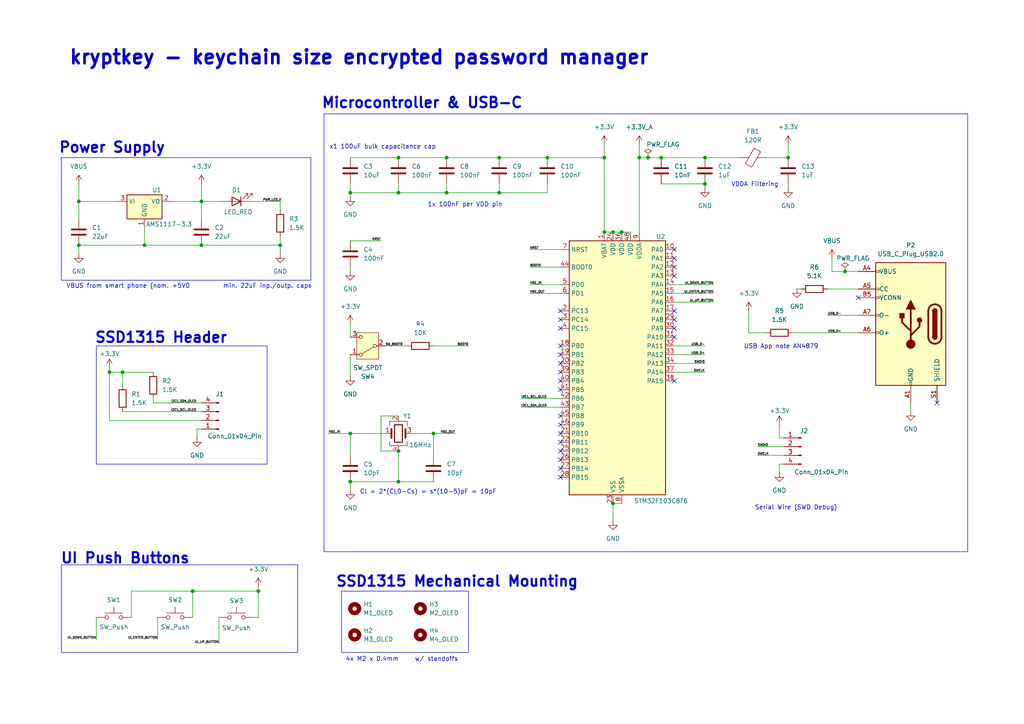
<source format=kicad_sch>
(kicad_sch (version 20231120) (generator "eeschema") (generator_version "8.0")
  (paper "A4")
  (title_block (title "kryptkey ") (date "2024-09-20") (rev "v0.1") (company "A.Q.Snyder"))
  (lib_symbols
    (symbol "Connector:Conn_01x04_Pin" (pin_names (offset 1.016) hide)
      (property "Reference" "J" (at 0 5.08 0))
      (property "Value" "Conn_01x04_Pin" (at 0 -7.62 0))
      (symbol "Conn_01x04_Pin_1_1"
        (polyline (pts (xy 1.27 -5.08) (xy 0.8636 -5.08)) (stroke (width 0.1524)))
        (polyline (pts (xy 1.27 -2.54) (xy 0.8636 -2.54)) (stroke (width 0.1524)))
        (polyline (pts (xy 1.27 0) (xy 0.8636 0)) (stroke (width 0.1524)))
        (polyline (pts (xy 1.27 2.54) (xy 0.8636 2.54)) (stroke (width 0.1524)))
        (rectangle (start 0.8636 -4.953) (end 0 -5.207) (stroke (width 0.1524)) (fill (type outline)))
        (rectangle (start 0.8636 -2.413) (end 0 -2.667) (stroke (width 0.1524)) (fill (type outline)))
        (rectangle (start 0.8636 0.127) (end 0 -0.127) (stroke (width 0.1524)) (fill (type outline)))
        (rectangle (start 0.8636 2.667) (end 0 2.413) (stroke (width 0.1524)) (fill (type outline)))
        (pin passive line (at 5.08 2.54 180) (length 3.81) (name "Pin_1") (number "1"))
        (pin passive line (at 5.08 0 180) (length 3.81) (name "Pin_2") (number "2"))
        (pin passive line (at 5.08 -2.54 180) (length 3.81) (name "Pin_3") (number "3"))
        (pin passive line (at 5.08 -5.08 180) (length 3.81) (name "Pin_4") (number "4"))
      )
    )
    (symbol "Connector:USB_C_Plug_USB2.0" (pin_names (offset 1.016))
      (property "Reference" "P" (at -10.16 19.05 0))
      (property "Value" "USB_C_Plug_USB2.0" (at 12.7 19.05 0))
      (symbol "USB_C_Plug_USB2.0_0_0"
        (rectangle (start -0.254 -17.78) (end 0.254 -16.764))
        (rectangle (start 10.16 -2.286) (end 9.144 -2.794))
        (rectangle (start 10.16 2.794) (end 9.144 2.286))
        (rectangle (start 10.16 7.874) (end 9.144 7.366))
        (rectangle (start 10.16 10.414) (end 9.144 9.906))
        (rectangle (start 10.16 15.494) (end 9.144 14.986))
      )
      (symbol "USB_C_Plug_USB2.0_0_1"
        (rectangle (start -10.16 17.78) (end 10.16 -17.78) (stroke (width 0.254)) (fill (type background)))
        (arc (start -8.89 -3.81) (mid -6.985 -5.7067) (end -5.08 -3.81) (stroke (width 0.508)))
        (arc (start -7.62 -3.81) (mid -6.985 -4.4423) (end -6.35 -3.81) (stroke (width 0.254)))
        (arc (start -7.62 -3.81) (mid -6.985 -4.4423) (end -6.35 -3.81) (stroke (width 0.254)) (fill (type outline)))
        (rectangle (start -7.62 -3.81) (end -6.35 3.81) (stroke (width 0.254)) (fill (type outline)))
        (arc (start -6.35 3.81) (mid -6.985 4.4423) (end -7.62 3.81) (stroke (width 0.254)))
        (arc (start -6.35 3.81) (mid -6.985 4.4423) (end -7.62 3.81) (stroke (width 0.254)) (fill (type outline)))
        (arc (start -5.08 3.81) (mid -6.985 5.7067) (end -8.89 3.81) (stroke (width 0.508)))
        (circle (center -2.54 1.143) (radius 0.635) (stroke (width 0.254)) (fill (type outline)))
        (circle (center 0 -5.842) (radius 1.27) (fill (type outline)))
        (polyline (pts (xy -8.89 -3.81) (xy -8.89 3.81)) (stroke (width 0.508)))
        (polyline (pts (xy -5.08 3.81) (xy -5.08 -3.81)) (stroke (width 0.508)))
        (polyline (pts (xy 0 -5.842) (xy 0 4.318)) (stroke (width 0.508)))
        (polyline (pts (xy 0 -3.302) (xy -2.54 -0.762) (xy -2.54 0.508)) (stroke (width 0.508)))
        (polyline (pts (xy 0 -2.032) (xy 2.54 0.508) (xy 2.54 1.778)) (stroke (width 0.508)))
        (polyline (pts (xy -1.27 4.318) (xy 0 6.858) (xy 1.27 4.318) (xy -1.27 4.318)) (stroke (width 0.254)) (fill (type outline)))
        (rectangle (start 1.905 1.778) (end 3.175 3.048) (stroke (width 0.254)) (fill (type outline)))
      )
      (symbol "USB_C_Plug_USB2.0_1_1"
        (pin passive line (at 0 -22.86 90) (length 5.08) (name "GND") (number "A1"))
        (pin passive line (at 0 -22.86 90) (length 5.08) hide (name "GND") (number "A12"))
        (pin passive line (at 15.24 15.24 180) (length 5.08) (name "VBUS") (number "A4"))
        (pin bidirectional line (at 15.24 10.16 180) (length 5.08) (name "CC") (number "A5"))
        (pin bidirectional line (at 15.24 -2.54 180) (length 5.08) (name "D+") (number "A6"))
        (pin bidirectional line (at 15.24 2.54 180) (length 5.08) (name "D-") (number "A7"))
        (pin passive line (at 15.24 15.24 180) (length 5.08) hide (name "VBUS") (number "A9"))
        (pin passive line (at 0 -22.86 90) (length 5.08) hide (name "GND") (number "B1"))
        (pin passive line (at 0 -22.86 90) (length 5.08) hide (name "GND") (number "B12"))
        (pin passive line (at 15.24 15.24 180) (length 5.08) hide (name "VBUS") (number "B4"))
        (pin bidirectional line (at 15.24 7.62 180) (length 5.08) (name "VCONN") (number "B5"))
        (pin passive line (at 15.24 15.24 180) (length 5.08) hide (name "VBUS") (number "B9"))
        (pin passive line (at -7.62 -22.86 90) (length 5.08) (name "SHIELD") (number "S1"))
      )
    )
    (symbol "Device:C" (pin_numbers hide) (pin_names (offset 0.254))
      (property "Reference" "C" (at 0.635 2.54 0))
      (property "Value" "C" (at 0.635 -2.54 0))
      (symbol "C_0_1"
        (polyline (pts (xy -2.032 -0.762) (xy 2.032 -0.762)) (stroke (width 0.508)))
        (polyline (pts (xy -2.032 0.762) (xy 2.032 0.762)) (stroke (width 0.508)))
      )
      (symbol "C_1_1"
        (pin passive line (at 0 3.81 270) (length 2.794) (name "~") (number "1"))
        (pin passive line (at 0 -3.81 90) (length 2.794) (name "~") (number "2"))
      )
    )
    (symbol "Device:Crystal_GND24" (pin_names (offset 1.016) hide)
      (property "Reference" "Y" (at 3.175 5.08 0))
      (property "Value" "Crystal_GND24" (at 3.175 3.175 0))
      (symbol "Crystal_GND24_0_1"
        (rectangle (start -1.143 2.54) (end 1.143 -2.54) (stroke (width 0.3048)))
        (polyline (pts (xy -2.54 0) (xy -2.032 0)))
        (polyline (pts (xy -2.032 -1.27) (xy -2.032 1.27)) (stroke (width 0.508)))
        (polyline (pts (xy 0 -3.81) (xy 0 -3.556)))
        (polyline (pts (xy 0 3.556) (xy 0 3.81)))
        (polyline (pts (xy 2.032 -1.27) (xy 2.032 1.27)) (stroke (width 0.508)))
        (polyline (pts (xy 2.032 0) (xy 2.54 0)))
        (polyline (pts (xy -2.54 -2.286) (xy -2.54 -3.556) (xy 2.54 -3.556) (xy 2.54 -2.286)))
        (polyline (pts (xy -2.54 2.286) (xy -2.54 3.556) (xy 2.54 3.556) (xy 2.54 2.286)))
      )
      (symbol "Crystal_GND24_1_1"
        (pin passive line (at -3.81 0 0) (length 1.27) (name "1") (number "1"))
        (pin passive line (at 0 5.08 270) (length 1.27) (name "2") (number "2"))
        (pin passive line (at 3.81 0 180) (length 1.27) (name "3") (number "3"))
        (pin passive line (at 0 -5.08 90) (length 1.27) (name "4") (number "4"))
      )
    )
    (symbol "Device:FerriteBead" (pin_numbers hide) (pin_names (offset 0))
      (property "Reference" "FB" (at -3.81 0.635 90))
      (property "Value" "FerriteBead" (at 3.81 0 90))
      (symbol "FerriteBead_0_1"
        (polyline (pts (xy 0 -1.27) (xy 0 -1.2192)))
        (polyline (pts (xy 0 1.27) (xy 0 1.2954)))
        (polyline (pts (xy -2.7686 0.4064) (xy -1.7018 2.2606) (xy 2.7686 -0.3048) (xy 1.6764 -2.159) (xy -2.7686 0.4064)))
      )
      (symbol "FerriteBead_1_1"
        (pin passive line (at 0 3.81 270) (length 2.54) (name "~") (number "1"))
        (pin passive line (at 0 -3.81 90) (length 2.54) (name "~") (number "2"))
      )
    )
    (symbol "Device:LED" (pin_numbers hide) (pin_names (offset 1.016) hide)
      (property "Reference" "D" (at 0 2.54 0))
      (property "Value" "LED" (at 0 -2.54 0))
      (symbol "LED_0_1"
        (polyline (pts (xy -1.27 -1.27) (xy -1.27 1.27)) (stroke (width 0.254)))
        (polyline (pts (xy -1.27 0) (xy 1.27 0)))
        (polyline (pts (xy 1.27 -1.27) (xy 1.27 1.27) (xy -1.27 0) (xy 1.27 -1.27)) (stroke (width 0.254)))
        (polyline (pts (xy -3.048 -0.762) (xy -4.572 -2.286) (xy -3.81 -2.286) (xy -4.572 -2.286) (xy -4.572 -1.524)))
        (polyline (pts (xy -1.778 -0.762) (xy -3.302 -2.286) (xy -2.54 -2.286) (xy -3.302 -2.286) (xy -3.302 -1.524)))
      )
      (symbol "LED_1_1"
        (pin passive line (at -3.81 0 0) (length 2.54) (name "K") (number "1"))
        (pin passive line (at 3.81 0 180) (length 2.54) (name "A") (number "2"))
      )
    )
    (symbol "Device:R" (pin_numbers hide) (pin_names (offset 0))
      (property "Reference" "R" (at 2.032 0 90))
      (property "Value" "R" (at 0 0 90))
      (symbol "R_0_1"
        (rectangle (start -1.016 -2.54) (end 1.016 2.54) (stroke (width 0.254)))
      )
      (symbol "R_1_1"
        (pin passive line (at 0 3.81 270) (length 1.27) (name "~") (number "1"))
        (pin passive line (at 0 -3.81 90) (length 1.27) (name "~") (number "2"))
      )
    )
    (symbol "MCU_ST_STM32F1:STM32F103C8Tx"
      (property "Reference" "U" (at -12.7 39.37 0))
      (property "Value" "STM32F103C8Tx" (at 10.16 39.37 0))
      (symbol "STM32F103C8Tx_0_1"
        (rectangle (start -12.7 -35.56) (end 15.24 38.1) (stroke (width 0.254)) (fill (type background)))
      )
      (symbol "STM32F103C8Tx_1_1"
        (pin power_in line (at -2.54 40.64 270) (length 2.54) (name "VBAT") (number "1"))
        (pin bidirectional line (at 17.78 35.56 180) (length 2.54) (name "PA0") (number "10"))
        (pin bidirectional line (at 17.78 33.02 180) (length 2.54) (name "PA1") (number "11"))
        (pin bidirectional line (at 17.78 30.48 180) (length 2.54) (name "PA2") (number "12"))
        (pin bidirectional line (at 17.78 27.94 180) (length 2.54) (name "PA3") (number "13"))
        (pin bidirectional line (at 17.78 25.4 180) (length 2.54) (name "PA4") (number "14"))
        (pin bidirectional line (at 17.78 22.86 180) (length 2.54) (name "PA5") (number "15"))
        (pin bidirectional line (at 17.78 20.32 180) (length 2.54) (name "PA6") (number "16"))
        (pin bidirectional line (at 17.78 17.78 180) (length 2.54) (name "PA7") (number "17"))
        (pin bidirectional line (at -15.24 7.62 0) (length 2.54) (name "PB0") (number "18"))
        (pin bidirectional line (at -15.24 5.08 0) (length 2.54) (name "PB1") (number "19"))
        (pin bidirectional line (at -15.24 17.78 0) (length 2.54) (name "PC13") (number "2"))
        (pin bidirectional line (at -15.24 2.54 0) (length 2.54) (name "PB2") (number "20"))
        (pin bidirectional line (at -15.24 -17.78 0) (length 2.54) (name "PB10") (number "21"))
        (pin bidirectional line (at -15.24 -20.32 0) (length 2.54) (name "PB11") (number "22"))
        (pin power_in line (at 0 -38.1 90) (length 2.54) (name "VSS") (number "23"))
        (pin power_in line (at 0 40.64 270) (length 2.54) (name "VDD") (number "24"))
        (pin bidirectional line (at -15.24 -22.86 0) (length 2.54) (name "PB12") (number "25"))
        (pin bidirectional line (at -15.24 -25.4 0) (length 2.54) (name "PB13") (number "26"))
        (pin bidirectional line (at -15.24 -27.94 0) (length 2.54) (name "PB14") (number "27"))
        (pin bidirectional line (at -15.24 -30.48 0) (length 2.54) (name "PB15") (number "28"))
        (pin bidirectional line (at 17.78 15.24 180) (length 2.54) (name "PA8") (number "29"))
        (pin bidirectional line (at -15.24 15.24 0) (length 2.54) (name "PC14") (number "3"))
        (pin bidirectional line (at 17.78 12.7 180) (length 2.54) (name "PA9") (number "30"))
        (pin bidirectional line (at 17.78 10.16 180) (length 2.54) (name "PA10") (number "31"))
        (pin bidirectional line (at 17.78 7.62 180) (length 2.54) (name "PA11") (number "32"))
        (pin bidirectional line (at 17.78 5.08 180) (length 2.54) (name "PA12") (number "33"))
        (pin bidirectional line (at 17.78 2.54 180) (length 2.54) (name "PA13") (number "34"))
        (pin passive line (at 0 -38.1 90) (length 2.54) hide (name "VSS") (number "35"))
        (pin power_in line (at 2.54 40.64 270) (length 2.54) (name "VDD") (number "36"))
        (pin bidirectional line (at 17.78 0 180) (length 2.54) (name "PA14") (number "37"))
        (pin bidirectional line (at 17.78 -2.54 180) (length 2.54) (name "PA15") (number "38"))
        (pin bidirectional line (at -15.24 0 0) (length 2.54) (name "PB3") (number "39"))
        (pin bidirectional line (at -15.24 12.7 0) (length 2.54) (name "PC15") (number "4"))
        (pin bidirectional line (at -15.24 -2.54 0) (length 2.54) (name "PB4") (number "40"))
        (pin bidirectional line (at -15.24 -5.08 0) (length 2.54) (name "PB5") (number "41"))
        (pin bidirectional line (at -15.24 -7.62 0) (length 2.54) (name "PB6") (number "42"))
        (pin bidirectional line (at -15.24 -10.16 0) (length 2.54) (name "PB7") (number "43"))
        (pin input line (at -15.24 30.48 0) (length 2.54) (name "BOOT0") (number "44"))
        (pin bidirectional line (at -15.24 -12.7 0) (length 2.54) (name "PB8") (number "45"))
        (pin bidirectional line (at -15.24 -15.24 0) (length 2.54) (name "PB9") (number "46"))
        (pin passive line (at 0 -38.1 90) (length 2.54) hide (name "VSS") (number "47"))
        (pin power_in line (at 5.08 40.64 270) (length 2.54) (name "VDD") (number "48"))
        (pin bidirectional line (at -15.24 25.4 0) (length 2.54) (name "PD0") (number "5"))
        (pin bidirectional line (at -15.24 22.86 0) (length 2.54) (name "PD1") (number "6"))
        (pin input line (at -15.24 35.56 0) (length 2.54) (name "NRST") (number "7"))
        (pin power_in line (at 2.54 -38.1 90) (length 2.54) (name "VSSA") (number "8"))
        (pin power_in line (at 7.62 40.64 270) (length 2.54) (name "VDDA") (number "9"))
      )
    )
    (symbol "Mechanical:MountingHole" (pin_names (offset 1.016)) (exclude_from_sim yes) (in_bom no)
      (property "Reference" "H" (at 0 5.08 0))
      (property "Value" "MountingHole" (at 0 3.175 0))
      (symbol "MountingHole_0_1"
        (circle (center 0 0) (radius 1.27) (stroke (width 1.27)))
      )
    )
    (symbol "Regulator_Linear:AMS1117-3.3"
      (property "Reference" "U" (at -3.81 3.175 0))
      (property "Value" "AMS1117-3.3" (at 0 3.175 0))
      (symbol "AMS1117-3.3_0_1"
        (rectangle (start -5.08 -5.08) (end 5.08 1.905) (stroke (width 0.254)) (fill (type background)))
      )
      (symbol "AMS1117-3.3_1_1"
        (pin power_in line (at 0 -7.62 90) (length 2.54) (name "GND") (number "1"))
        (pin power_out line (at 7.62 0 180) (length 2.54) (name "VO") (number "2"))
        (pin power_in line (at -7.62 0 0) (length 2.54) (name "VI") (number "3"))
      )
    )
    (symbol "Switch:SW_Push" (pin_numbers hide) (pin_names (offset 1.016) hide)
      (property "Reference" "SW" (at 1.27 2.54 0))
      (property "Value" "SW_Push" (at 0 -1.524 0))
      (symbol "SW_Push_0_1"
        (circle (center -2.032 0) (radius 0.508))
        (polyline (pts (xy 0 1.27) (xy 0 3.048)))
        (polyline (pts (xy 2.54 1.27) (xy -2.54 1.27)))
        (circle (center 2.032 0) (radius 0.508))
        (pin passive line (at -5.08 0 0) (length 2.54) (name "1") (number "1"))
        (pin passive line (at 5.08 0 180) (length 2.54) (name "2") (number "2"))
      )
    )
    (symbol "Switch:SW_SPDT" (pin_names (offset 0) hide)
      (property "Reference" "SW" (at 0 5.08 0))
      (property "Value" "SW_SPDT" (at 0 -5.08 0))
      (symbol "SW_SPDT_0_1"
        (circle (center -2.032 0) (radius 0.4572))
        (polyline (pts (xy -1.651 0.254) (xy 1.651 2.286)))
        (circle (center 2.032 -2.54) (radius 0.4572))
        (circle (center 2.032 2.54) (radius 0.4572))
      )
      (symbol "SW_SPDT_1_1"
        (rectangle (start -3.175 3.81) (end 3.175 -3.81) (fill (type background)))
        (pin passive line (at 5.08 2.54 180) (length 2.54) (name "A") (number "1"))
        (pin passive line (at -5.08 0 0) (length 2.54) (name "B") (number "2"))
        (pin passive line (at 5.08 -2.54 180) (length 2.54) (name "C") (number "3"))
      )
    )
    (symbol "power:+3.3V" (power) (pin_numbers hide) (pin_names (offset 0) hide)
      (property "Value" "+3.3V" (at 0 3.556 0))
      (symbol "+3.3V_0_1"
        (polyline (pts (xy -0.762 1.27) (xy 0 2.54)))
        (polyline (pts (xy 0 0) (xy 0 2.54)))
        (polyline (pts (xy 0 2.54) (xy 0.762 1.27)))
      )
      (symbol "+3.3V_1_1"
        (pin power_in line (at 0 0 90) (length 0) (name "~") (number "1"))
      )
    )
    (symbol "power:GND" (power) (pin_numbers hide) (pin_names (offset 0) hide)
      (property "Value" "GND" (at 0 -3.81 0))
      (symbol "GND_0_1"
        (polyline (pts (xy 0 0) (xy 0 -1.27) (xy 1.27 -1.27) (xy 0 -2.54) (xy -1.27 -1.27) (xy 0 -1.27)))
      )
      (symbol "GND_1_1"
        (pin power_in line (at 0 0 270) (length 0) (name "~") (number "1"))
      )
    )
    (symbol "power:PWR_FLAG" (power) (pin_numbers hide) (pin_names (offset 0) hide)
      (property "Value" "PWR_FLAG" (at 0 3.81 0))
      (symbol "PWR_FLAG_0_0"
        (pin power_out line (at 0 0 90) (length 0) (name "~") (number "1"))
      )
      (symbol "PWR_FLAG_0_1"
        (polyline (pts (xy 0 0) (xy 0 1.27) (xy -1.016 1.905) (xy 0 2.54) (xy 1.016 1.905) (xy 0 1.27)))
      )
    )
    (symbol "power:VBUS" (power) (pin_numbers hide) (pin_names (offset 0) hide)
      (property "Value" "VBUS" (at 0 3.556 0))
      (symbol "VBUS_0_1"
        (polyline (pts (xy -0.762 1.27) (xy 0 2.54)))
        (polyline (pts (xy 0 0) (xy 0 2.54)))
        (polyline (pts (xy 0 2.54) (xy 0.762 1.27)))
      )
      (symbol "VBUS_1_1"
        (pin power_in line (at 0 0 90) (length 0) (name "~") (number "1"))
      )
    )
  )
  (junction (at 125.73 125.73))
  (junction (at 81.28 71.12))
  (junction (at 41.91 71.12))
  (junction (at 144.78 55.88))
  (junction (at 74.93 171.45))
  (junction (at 191.77 45.72))
  (junction (at 185.42 45.72))
  (junction (at 101.6 125.73))
  (junction (at 22.86 58.42))
  (junction (at 101.6 139.7))
  (junction (at 31.75 107.95))
  (junction (at 204.47 45.72))
  (junction (at 22.86 71.12))
  (junction (at 115.57 55.88))
  (junction (at 115.57 139.7))
  (junction (at 144.78 45.72))
  (junction (at 129.54 55.88))
  (junction (at 187.96 45.72))
  (junction (at 58.42 71.12))
  (junction (at 180.34 67.31))
  (junction (at 175.26 45.72))
  (junction (at 101.6 55.88))
  (junction (at 228.6 45.72))
  (junction (at 175.26 67.31))
  (junction (at 115.57 45.72))
  (junction (at 204.47 53.34))
  (junction (at 245.11 78.74))
  (junction (at 177.8 146.05))
  (junction (at 115.57 130.81))
  (junction (at 58.42 58.42))
  (junction (at 55.88 171.45))
  (junction (at 158.75 45.72))
  (junction (at 129.54 45.72))
  (junction (at 177.8 67.31))
  (junction (at 35.56 107.95))
  (no_connect (at 195.58 77.47))
  (no_connect (at 162.56 95.25))
  (no_connect (at 162.56 128.27))
  (no_connect (at 195.58 80.01))
  (no_connect (at 162.56 113.03))
  (no_connect (at 162.56 90.17))
  (no_connect (at 162.56 138.43))
  (no_connect (at 248.92 86.36))
  (no_connect (at 162.56 120.65))
  (no_connect (at 195.58 74.93))
  (no_connect (at 195.58 72.39))
  (no_connect (at 162.56 102.87))
  (no_connect (at 162.56 125.73))
  (no_connect (at 195.58 97.79))
  (no_connect (at 162.56 123.19))
  (no_connect (at 162.56 130.81))
  (no_connect (at 195.58 95.25))
  (no_connect (at 271.78 116.84))
  (no_connect (at 195.58 110.49))
  (no_connect (at 162.56 107.95))
  (no_connect (at 162.56 133.35))
  (no_connect (at 162.56 100.33))
  (no_connect (at 195.58 90.17))
  (no_connect (at 162.56 135.89))
  (no_connect (at 195.58 92.71))
  (no_connect (at 162.56 105.41))
  (no_connect (at 162.56 92.71))
  (no_connect (at 162.56 110.49))
  (wire (pts (xy 115.57 45.72) (xy 129.54 45.72)))
  (wire (pts (xy 35.56 107.95) (xy 35.56 111.76)))
  (wire (pts (xy 38.1 179.07) (xy 38.1 171.45)))
  (wire (pts (xy 55.88 171.45) (xy 74.93 171.45)))
  (wire (pts (xy 245.11 78.74) (xy 248.92 78.74)))
  (wire (pts (xy 204.47 45.72) (xy 214.63 45.72)))
  (wire (pts (xy 125.73 139.7) (xy 115.57 139.7)))
  (wire (pts (xy 31.75 106.68) (xy 31.75 107.95)))
  (wire (pts (xy 129.54 53.34) (xy 129.54 55.88)))
  (wire (pts (xy 44.45 107.95) (xy 35.56 107.95)))
  (wire (pts (xy 115.57 139.7) (xy 115.57 130.81)))
  (wire (pts (xy 129.54 45.72) (xy 144.78 45.72)))
  (wire (pts (xy 180.34 67.31) (xy 182.88 67.31)))
  (wire (pts (xy 204.47 53.34) (xy 204.47 54.61)))
  (wire (pts (xy 195.58 107.95) (xy 204.47 107.95)))
  (wire (pts (xy 240.03 83.82) (xy 248.92 83.82)))
  (wire (pts (xy 81.28 60.96) (xy 81.28 58.42)))
  (wire (pts (xy 101.6 69.85) (xy 110.49 69.85)))
  (wire (pts (xy 195.58 100.33) (xy 204.47 100.33)))
  (wire (pts (xy 187.96 45.72) (xy 191.77 45.72)))
  (wire (pts (xy 175.26 67.31) (xy 177.8 67.31)))
  (wire (pts (xy 35.56 119.38) (xy 58.42 119.38)))
  (wire (pts (xy 101.6 139.7) (xy 115.57 139.7)))
  (wire (pts (xy 22.86 71.12) (xy 41.91 71.12)))
  (wire (pts (xy 35.56 107.95) (xy 31.75 107.95)))
  (wire (pts (xy 240.03 91.44) (xy 248.92 91.44)))
  (wire (pts (xy 41.91 66.04) (xy 41.91 71.12)))
  (wire (pts (xy 144.78 45.72) (xy 158.75 45.72)))
  (wire (pts (xy 44.45 116.84) (xy 44.45 115.57)))
  (wire (pts (xy 31.75 121.92) (xy 58.42 121.92)))
  (wire (pts (xy 81.28 58.42) (xy 72.39 58.42)))
  (wire (pts (xy 101.6 55.88) (xy 115.57 55.88)))
  (wire (pts (xy 22.86 63.5) (xy 22.86 58.42)))
  (wire (pts (xy 158.75 55.88) (xy 158.75 53.34)))
  (wire (pts (xy 195.58 82.55) (xy 207.01 82.55)))
  (wire (pts (xy 58.42 71.12) (xy 81.28 71.12)))
  (wire (pts (xy 185.42 41.91) (xy 185.42 45.72)))
  (wire (pts (xy 158.75 45.72) (xy 175.26 45.72)))
  (wire (pts (xy 226.06 127) (xy 226.06 123.19)))
  (wire (pts (xy 81.28 73.66) (xy 81.28 71.12)))
  (wire (pts (xy 58.42 58.42) (xy 64.77 58.42)))
  (wire (pts (xy 226.06 134.62) (xy 226.06 137.16)))
  (wire (pts (xy 58.42 124.46) (xy 57.15 124.46)))
  (wire (pts (xy 177.8 146.05) (xy 177.8 151.13)))
  (wire (pts (xy 27.94 179.07) (xy 27.94 185.42)))
  (wire (pts (xy 153.67 77.47) (xy 162.56 77.47)))
  (wire (pts (xy 241.3 78.74) (xy 241.3 74.93)))
  (wire (pts (xy 101.6 125.73) (xy 101.6 132.08)))
  (wire (pts (xy 74.93 171.45) (xy 74.93 179.07)))
  (wire (pts (xy 38.1 171.45) (xy 55.88 171.45)))
  (wire (pts (xy 222.25 96.52) (xy 217.17 96.52)))
  (wire (pts (xy 31.75 107.95) (xy 31.75 121.92)))
  (wire (pts (xy 226.06 127) (xy 227.33 127)))
  (wire (pts (xy 195.58 85.09) (xy 207.01 85.09)))
  (wire (pts (xy 153.67 72.39) (xy 162.56 72.39)))
  (wire (pts (xy 73.66 179.07) (xy 74.93 179.07)))
  (wire (pts (xy 241.3 78.74) (xy 245.11 78.74)))
  (wire (pts (xy 101.6 93.98) (xy 101.6 97.79)))
  (wire (pts (xy 264.16 116.84) (xy 264.16 119.38)))
  (wire (pts (xy 101.6 125.73) (xy 111.76 125.73)))
  (wire (pts (xy 115.57 55.88) (xy 129.54 55.88)))
  (wire (pts (xy 195.58 102.87) (xy 204.47 102.87)))
  (wire (pts (xy 162.56 85.09) (xy 153.67 85.09)))
  (wire (pts (xy 175.26 41.91) (xy 175.26 45.72)))
  (wire (pts (xy 125.73 125.73) (xy 125.73 132.08)))
  (wire (pts (xy 110.49 130.81) (xy 115.57 130.81)))
  (wire (pts (xy 229.87 96.52) (xy 248.92 96.52)))
  (wire (pts (xy 195.58 87.63) (xy 207.01 87.63)))
  (wire (pts (xy 101.6 45.72) (xy 115.57 45.72)))
  (wire (pts (xy 222.25 45.72) (xy 228.6 45.72)))
  (wire (pts (xy 177.8 146.05) (xy 180.34 146.05)))
  (wire (pts (xy 22.86 58.42) (xy 34.29 58.42)))
  (wire (pts (xy 191.77 45.72) (xy 204.47 45.72)))
  (wire (pts (xy 101.6 55.88) (xy 101.6 57.15)))
  (wire (pts (xy 74.93 170.18) (xy 74.93 171.45)))
  (wire (pts (xy 45.72 179.07) (xy 45.72 185.42)))
  (wire (pts (xy 219.71 129.54) (xy 227.33 129.54)))
  (wire (pts (xy 125.73 125.73) (xy 132.08 125.73)))
  (wire (pts (xy 81.28 68.58) (xy 81.28 71.12)))
  (wire (pts (xy 101.6 102.87) (xy 101.6 109.22)))
  (wire (pts (xy 119.38 125.73) (xy 125.73 125.73)))
  (wire (pts (xy 44.45 116.84) (xy 58.42 116.84)))
  (wire (pts (xy 111.76 100.33) (xy 118.11 100.33)))
  (wire (pts (xy 231.14 83.82) (xy 232.41 83.82)))
  (wire (pts (xy 195.58 105.41) (xy 204.47 105.41)))
  (wire (pts (xy 58.42 53.34) (xy 58.42 58.42)))
  (wire (pts (xy 58.42 58.42) (xy 58.42 63.5)))
  (wire (pts (xy 129.54 55.88) (xy 144.78 55.88)))
  (wire (pts (xy 95.25 125.73) (xy 101.6 125.73)))
  (wire (pts (xy 63.5 179.07) (xy 63.5 186.69)))
  (wire (pts (xy 177.8 67.31) (xy 180.34 67.31)))
  (wire (pts (xy 55.88 171.45) (xy 55.88 179.07)))
  (wire (pts (xy 228.6 53.34) (xy 228.6 54.61)))
  (wire (pts (xy 217.17 96.52) (xy 217.17 90.17)))
  (wire (pts (xy 191.77 53.34) (xy 204.47 53.34)))
  (wire (pts (xy 115.57 120.65) (xy 110.49 120.65)))
  (wire (pts (xy 185.42 45.72) (xy 187.96 45.72)))
  (wire (pts (xy 125.73 100.33) (xy 135.89 100.33)))
  (wire (pts (xy 151.13 118.11) (xy 162.56 118.11)))
  (wire (pts (xy 228.6 41.91) (xy 228.6 45.72)))
  (wire (pts (xy 110.49 120.65) (xy 110.49 130.81)))
  (wire (pts (xy 101.6 139.7) (xy 101.6 142.24)))
  (wire (pts (xy 101.6 77.47) (xy 101.6 78.74)))
  (wire (pts (xy 219.71 132.08) (xy 227.33 132.08)))
  (wire (pts (xy 153.67 82.55) (xy 162.56 82.55)))
  (wire (pts (xy 22.86 53.34) (xy 22.86 58.42)))
  (wire (pts (xy 49.53 58.42) (xy 58.42 58.42)))
  (wire (pts (xy 175.26 45.72) (xy 175.26 67.31)))
  (wire (pts (xy 101.6 53.34) (xy 101.6 55.88)))
  (wire (pts (xy 57.15 124.46) (xy 57.15 127)))
  (wire (pts (xy 144.78 53.34) (xy 144.78 55.88)))
  (wire (pts (xy 41.91 71.12) (xy 58.42 71.12)))
  (wire (pts (xy 185.42 45.72) (xy 185.42 67.31)))
  (wire (pts (xy 22.86 71.12) (xy 22.86 73.66)))
  (wire (pts (xy 226.06 134.62) (xy 227.33 134.62)))
  (wire (pts (xy 144.78 55.88) (xy 158.75 55.88)))
  (wire (pts (xy 151.13 115.57) (xy 162.56 115.57)))
  (wire (pts (xy 115.57 53.34) (xy 115.57 55.88)))
  (rectangle (start 17.78 45.72) (end 90.17 81.28))
  (rectangle (start 17.78 163.83) (end 86.36 189.23))
  (rectangle (start 93.98 33.02) (end 280.67 160.02))
  (rectangle (start 99.06 171.45) (end 135.89 189.23))
  (rectangle (start 27.94 100.33) (end 77.47 134.62))
  (text "VDDA Filtering\n" (at 218.948 53.594 0) (effects (font (size 1.27 1.27))))
  (text "1x 100nF per VDD pin" (at 134.874 59.436 0) (effects (font (size 1.27 1.27))))
  (text "USB App note AN4879" (at 226.568 100.584 0) (effects (font (size 1.27 1.27))))
  (text "Cl = 2*(CL0-Cs) = s*(10-5)pF = 10pF" (at 124.206 142.748 0) (effects (font (size 1.27 1.27))))
  (text "Serial Wire (SWD Debug)" (at 230.886 147.32 0) (effects (font (size 1.27 1.27))))
  (text "SSD1315 Header\n" (at 46.736 98.044 0) (effects (font (size 3 3) (thickness 0.6) (bold yes))))
  (text "4x M2 x 0.4mm	w/ standoffs" (at 116.586 191.262 0) (effects (font (size 1.27 1.27))))
  (text "SSD1315 Mechanical Mounting\n\n" (at 132.588 171.196 0) (effects (font (size 3 3) (thickness 0.6) (bold yes))))
  (text "UI Push Buttons\n" (at 36.322 162.052 0) (effects (font (size 3 3) (thickness 0.6) (bold yes))))
  (text "Power Supply\n" (at 32.512 42.926 0) (effects (font (size 3 3) (thickness 0.6) (bold yes))))
  (text "kryptkey - keychain size encrypted password manager" (at 104.14 16.764 0) (effects (font (size 4 4) (thickness 0.8) (bold yes))))
  (text "Microcontroller & USB-C\n" (at 122.428 29.972 0) (effects (font (size 3 3) (thickness 0.6) (bold yes))))
  (text "VBUS from smart phone (nom. +5V0	min. 22uF inp./outp. caps" (at 54.864 83.058 0) (effects (font (size 1.27 1.27))))
  (text "x1 100uF bulk capacitance cap\n" (at 110.998 42.672 0) (effects (font (size 1.27 1.27))))
  (label "I2C1_SCL_OLED" (at 49.53 119.38 0) (effects (font (size 0.635 0.635))))
  (label "BOOT0" (at 135.89 100.33 180) (effects (font (size 0.635 0.635))))
  (label "SWCLK" (at 204.47 107.95 180) (effects (font (size 0.635 0.635))))
  (label "SWDIO" (at 219.71 129.54 0) (effects (font (size 0.635 0.635))))
  (label "UI_DOWN_BUTTON" (at 207.01 82.55 180) (effects (font (size 0.635 0.635))))
  (label "USB_D+" (at 240.03 96.52 0) (effects (font (size 0.635 0.635))))
  (label "UI_DOWN_BUTTON" (at 27.94 185.42 180) (effects (font (size 0.635 0.635))))
  (label "USB_D-" (at 204.47 100.33 180) (effects (font (size 0.635 0.635))))
  (label "SWCLK" (at 219.71 132.08 0) (effects (font (size 0.635 0.635))))
  (label "I2C1_SDA_OLED" (at 49.53 116.84 0) (effects (font (size 0.635 0.635))))
  (label "NRST" (at 110.49 69.85 180) (effects (font (size 0.635 0.635))))
  (label "HSE_OUT" (at 153.67 85.09 0) (effects (font (size 0.635 0.635))))
  (label "BOOT0" (at 153.67 77.47 0) (effects (font (size 0.635 0.635))))
  (label "HSE_OUT" (at 132.08 125.73 180) (effects (font (size 0.635 0.635))))
  (label "UI_UP_BUTTON" (at 63.5 186.69 180) (effects (font (size 0.635 0.635))))
  (label "NRST" (at 153.67 72.39 0) (effects (font (size 0.635 0.635))))
  (label "HSE_IN" (at 153.67 82.55 0) (effects (font (size 0.635 0.635))))
  (label "UI_ENTER_BUTTON" (at 207.01 85.09 180) (effects (font (size 0.635 0.635))))
  (label "SW_BOOT0" (at 111.76 100.33 0) (effects (font (size 0.635 0.635))))
  (label "UI_ENTER_BUTTON" (at 45.72 185.42 180) (effects (font (size 0.635 0.635))))
  (label "I2C1_SDA_OLED" (at 151.13 118.11 0) (effects (font (size 0.635 0.635))))
  (label "PWR_LED_K" (at 76.2 58.42 0) (effects (font (size 0.635 0.635))))
  (label "SWDIO" (at 204.47 105.41 180) (effects (font (size 0.635 0.635))))
  (label "UI_UP_BUTTON" (at 207.01 87.63 180) (effects (font (size 0.635 0.635))))
  (label "I2C1_SCL_OLED" (at 151.13 115.57 0) (effects (font (size 0.635 0.635))))
  (label "HSE_IN" (at 95.25 125.73 0) (effects (font (size 0.635 0.635))))
  (label "USB_D+" (at 204.47 102.87 180) (effects (font (size 0.635 0.635))))
  (label "USB_D-" (at 240.03 91.44 0) (effects (font (size 0.635 0.635))))
  (symbol (lib_id "Device:C") (at 191.77 49.53 0) (unit 1)
    (property "Reference" "C11" (at 195.58 48.2599 0) (effects (justify left)))
    (property "Value" "10nF" (at 195.58 50.7999 0) (effects (justify left)))
    (property "Footprint" "Capacitor_SMD:C_0603_1608Metric" (effects (hide yes)))
    (property "Description" "Unpolarized capacitor" (effects (hide yes)))
  )
  (symbol (lib_id "Device:R") (at 121.92 100.33 90) (unit 1)
    (property "Reference" "R4" (at 121.92 93.98 90))
    (property "Value" "10K" (at 121.92 96.52 90))
    (property "Footprint" "Resistor_SMD:R_0603_1608Metric" (effects (hide yes)))
    (property "Description" "Resistor" (effects (hide yes)))
  )
  (symbol (lib_id "Device:LED") (at 68.58 58.42 180) (unit 1)
    (property "Reference" "D1" (at 68.58 55.118 0))
    (property "Value" "LED_RED" (at 69.088 61.468 0))
    (property "Footprint" "LED_SMD:LED_0805_2012Metric" (effects (hide yes)))
    (property "Description" "Light emitting diode" (effects (hide yes)))
  )
  (symbol (lib_id "Device:R") (at 226.06 96.52 90) (unit 1)
    (property "Reference" "R5" (at 226.06 90.17 90))
    (property "Value" "1.5K" (at 226.06 92.71 90))
    (property "Footprint" "Resistor_SMD:R_0603_1608Metric" (effects (hide yes)))
    (property "Description" "Resistor" (effects (hide yes)))
  )
  (symbol (lib_id "Device:C") (at 101.6 135.89 0) (unit 1)
    (property "Reference" "C5" (at 105.41 134.6199 0) (effects (justify left)))
    (property "Value" "10pF" (at 105.41 137.1599 0) (effects (justify left)))
    (property "Footprint" "Capacitor_SMD:C_0603_1608Metric" (effects (hide yes)))
    (property "Description" "Unpolarized capacitor" (effects (hide yes)))
  )
  (symbol (lib_id "power:GND") (at 81.28 73.66 0) (unit 1)
    (property "Reference" "#PWR07" (effects (hide yes)))
    (property "Value" "GND" (at 81.28 78.74 0))
    (property "Description" "Power symbol creates a global label with name \"GND\" , ground" (effects (hide yes)))
  )
  (symbol (lib_id "Mechanical:MountingHole") (at 102.87 184.15 0) (unit 1) (exclude_from_sim yes) (in_bom no)
    (property "Reference" "H2" (at 105.41 182.8799 0) (effects (justify left)))
    (property "Value" "M3_OLED" (at 105.41 185.4199 0) (effects (justify left)))
    (property "Footprint" "MountingHole:MountingHole_2.7mm_M2.5" (effects (hide yes)))
    (property "Description" "Mounting Hole without connection" (effects (hide yes)))
  )
  (symbol (lib_id "power:VBUS") (at 241.3 74.93 0) (unit 1)
    (property "Reference" "#PWR023" (effects (hide yes)))
    (property "Value" "VBUS" (at 241.3 69.85 0))
    (property "Description" "Power symbol creates a global label with name \"VBUS\"" (effects (hide yes)))
  )
  (symbol (lib_id "Device:C") (at 228.6 49.53 0) (unit 1)
    (property "Reference" "C13" (at 232.41 48.2599 0) (effects (justify left)))
    (property "Value" "1uF" (at 232.41 50.7999 0) (effects (justify left)))
    (property "Footprint" "Capacitor_SMD:C_0603_1608Metric" (effects (hide yes)))
    (property "Description" "Unpolarized capacitor" (effects (hide yes)))
  )
  (symbol (lib_id "Switch:SW_Push") (at 68.58 179.07 0) (unit 1)
    (property "Reference" "SW3" (at 68.58 174.244 0))
    (property "Value" "SW_Push" (at 68.58 182.118 0))
    (property "Footprint" "Button_Switch_SMD:SW_SPST_B3U-1000P" (effects (hide yes)))
    (property "Description" "Push button switch, generic, two pins" (effects (hide yes)))
  )
  (symbol (lib_id "power:PWR_FLAG") (at 245.11 78.74 0) (unit 1)
    (property "Reference" "#FLG02" (effects (hide yes)))
    (property "Value" "PWR_FLAG" (at 247.396 74.93 0))
    (property "Description" "Special symbol for telling ERC where power comes from" (effects (hide yes)))
  )
  (symbol (lib_id "Device:FerriteBead") (at 218.44 45.72 90) (unit 1)
    (property "Reference" "FB1" (at 218.3892 38.1 90))
    (property "Value" "120R" (at 218.3892 40.64 90))
    (property "Footprint" "Inductor_SMD:L_0603_1608Metric" (effects (hide yes)))
    (property "Description" "Ferrite bead" (effects (hide yes)))
  )
  (symbol (lib_id "Device:C") (at 22.86 67.31 0) (unit 1)
    (property "Reference" "C1" (at 26.67 66.0399 0) (effects (justify left)))
    (property "Value" "22uF" (at 26.67 68.5799 0) (effects (justify left)))
    (property "Footprint" "Capacitor_SMD:C_0603_1608Metric" (effects (hide yes)))
    (property "Description" "Unpolarized capacitor" (effects (hide yes)))
  )
  (symbol (lib_id "Device:C") (at 144.78 49.53 0) (unit 1)
    (property "Reference" "C9" (at 148.59 48.2599 0) (effects (justify left)))
    (property "Value" "100nF" (at 148.59 50.7999 0) (effects (justify left)))
    (property "Footprint" "Capacitor_SMD:C_0603_1608Metric" (effects (hide yes)))
    (property "Description" "Unpolarized capacitor" (effects (hide yes)))
  )
  (symbol (lib_id "Device:C") (at 125.73 135.89 0) (unit 1)
    (property "Reference" "C7" (at 129.54 134.6199 0) (effects (justify left)))
    (property "Value" "10pF" (at 129.54 137.1599 0) (effects (justify left)))
    (property "Footprint" "Capacitor_SMD:C_0603_1608Metric" (effects (hide yes)))
    (property "Description" "Unpolarized capacitor" (effects (hide yes)))
  )
  (symbol (lib_id "Device:R") (at 44.45 111.76 180) (unit 1)
    (property "Reference" "R2" (at 46.99 110.4899 0) (effects (justify right)))
    (property "Value" "1.5K" (at 46.99 113.0299 0) (effects (justify right)))
    (property "Footprint" "Resistor_SMD:R_0603_1608Metric" (effects (hide yes)))
    (property "Description" "Resistor" (effects (hide yes)))
  )
  (symbol (lib_id "power:GND") (at 101.6 109.22 0) (unit 1)
    (property "Reference" "#PWR011" (effects (hide yes)))
    (property "Value" "GND" (at 101.6 114.3 0))
    (property "Description" "Power symbol creates a global label with name \"GND\" , ground" (effects (hide yes)))
  )
  (symbol (lib_id "Connector:Conn_01x04_Pin") (at 232.41 129.54 0) (mirror y) (unit 1)
    (property "Reference" "J2" (at 233.172 124.968 0))
    (property "Value" "Conn_01x04_Pin" (at 238.252 136.906 0))
    (property "Footprint" "Connector_PinHeader_2.54mm:PinHeader_1x04_P2.54mm_Horizontal" (effects (hide yes)))
    (property "Description" "Generic connector, single row, 01x04, script generated" (effects (hide yes)))
  )
  (symbol (lib_id "Device:C") (at 129.54 49.53 0) (unit 1)
    (property "Reference" "C8" (at 133.35 48.2599 0) (effects (justify left)))
    (property "Value" "100nF" (at 133.35 50.7999 0) (effects (justify left)))
    (property "Footprint" "Capacitor_SMD:C_0603_1608Metric" (effects (hide yes)))
    (property "Description" "Unpolarized capacitor" (effects (hide yes)))
  )
  (symbol (lib_id "power:PWR_FLAG") (at 187.96 45.72 0) (unit 1)
    (property "Reference" "#FLG01" (effects (hide yes)))
    (property "Value" "PWR_FLAG" (at 192.278 41.91 0))
    (property "Description" "Special symbol for telling ERC where power comes from" (effects (hide yes)))
  )
  (symbol (lib_id "power:+3.3V") (at 58.42 53.34 0) (unit 1)
    (property "Reference" "#PWR05" (effects (hide yes)))
    (property "Value" "+3.3V" (at 58.42 48.26 0))
    (property "Description" "Power symbol creates a global label with name \"+3.3V\"" (effects (hide yes)))
  )
  (symbol (lib_id "Device:C") (at 101.6 73.66 0) (unit 1)
    (property "Reference" "C4" (at 105.41 72.3899 0) (effects (justify left)))
    (property "Value" "100nF" (at 105.41 74.9299 0) (effects (justify left)))
    (property "Footprint" "Capacitor_SMD:C_0603_1608Metric" (effects (hide yes)))
    (property "Description" "Unpolarized capacitor" (effects (hide yes)))
  )
  (symbol (lib_id "power:GND") (at 101.6 78.74 0) (unit 1)
    (property "Reference" "#PWR09" (effects (hide yes)))
    (property "Value" "GND" (at 101.6 83.82 0))
    (property "Description" "Power symbol creates a global label with name \"GND\" , ground" (effects (hide yes)))
  )
  (symbol (lib_id "Switch:SW_Push") (at 50.8 179.07 0) (unit 1)
    (property "Reference" "SW2" (at 50.8 173.99 0))
    (property "Value" "SW_Push" (at 50.8 181.864 0))
    (property "Footprint" "Button_Switch_SMD:SW_SPST_B3U-1000P" (effects (hide yes)))
    (property "Description" "Push button switch, generic, two pins" (effects (hide yes)))
  )
  (symbol (lib_id "power:+3.3V") (at 101.6 93.98 0) (unit 1)
    (property "Reference" "#PWR010" (effects (hide yes)))
    (property "Value" "+3.3V" (at 101.6 88.9 0))
    (property "Description" "Power symbol creates a global label with name \"+3.3V\"" (effects (hide yes)))
  )
  (symbol (lib_id "power:VBUS") (at 22.86 53.34 0) (unit 1)
    (property "Reference" "#PWR01" (effects (hide yes)))
    (property "Value" "VBUS" (at 22.86 48.26 0))
    (property "Description" "Power symbol creates a global label with name \"VBUS\"" (effects (hide yes)))
  )
  (symbol (lib_id "Switch:SW_Push") (at 33.02 179.07 0) (unit 1)
    (property "Reference" "SW1" (at 33.02 173.99 0))
    (property "Value" "SW_Push" (at 33.02 181.864 0))
    (property "Footprint" "Button_Switch_SMD:SW_SPST_B3U-1000P" (effects (hide yes)))
    (property "Description" "Push button switch, generic, two pins" (effects (hide yes)))
  )
  (symbol (lib_id "Device:C") (at 58.42 67.31 0) (unit 1)
    (property "Reference" "C2" (at 62.23 66.0399 0) (effects (justify left)))
    (property "Value" "22uF" (at 62.23 68.5799 0) (effects (justify left)))
    (property "Footprint" "Capacitor_SMD:C_0603_1608Metric" (effects (hide yes)))
    (property "Description" "Unpolarized capacitor" (effects (hide yes)))
  )
  (symbol (lib_id "power:GND") (at 228.6 54.61 0) (unit 1)
    (property "Reference" "#PWR020" (effects (hide yes)))
    (property "Value" "GND" (at 228.6 59.69 0))
    (property "Description" "Power symbol creates a global label with name \"GND\" , ground" (effects (hide yes)))
  )
  (symbol (lib_id "power:+3.3V") (at 175.26 41.91 0) (unit 1)
    (property "Reference" "#PWR013" (effects (hide yes)))
    (property "Value" "+3.3V" (at 175.26 36.83 0))
    (property "Description" "Power symbol creates a global label with name \"+3.3V\"" (effects (hide yes)))
  )
  (symbol (lib_id "Mechanical:MountingHole") (at 121.92 176.53 0) (unit 1) (exclude_from_sim yes) (in_bom no)
    (property "Reference" "H3" (at 124.46 175.2599 0) (effects (justify left)))
    (property "Value" "M2_OLED" (at 124.46 177.7999 0) (effects (justify left)))
    (property "Footprint" "MountingHole:MountingHole_2.7mm_M2.5" (effects (hide yes)))
    (property "Description" "Mounting Hole without connection" (effects (hide yes)))
  )
  (symbol (lib_id "Device:R") (at 236.22 83.82 90) (unit 1)
    (property "Reference" "R6" (at 236.22 77.47 90))
    (property "Value" "5.1K" (at 236.22 80.01 90))
    (property "Footprint" "Resistor_SMD:R_0603_1608Metric" (effects (hide yes)))
    (property "Description" "Resistor" (effects (hide yes)))
  )
  (symbol (lib_id "power:+3.3V") (at 74.93 170.18 0) (unit 1)
    (property "Reference" "#PWR06" (effects (hide yes)))
    (property "Value" "+3.3V" (at 74.93 165.1 0))
    (property "Description" "Power symbol creates a global label with name \"+3.3V\"" (effects (hide yes)))
  )
  (symbol (lib_id "Mechanical:MountingHole") (at 121.92 184.15 0) (unit 1) (exclude_from_sim yes) (in_bom no)
    (property "Reference" "H4" (at 124.46 182.8799 0) (effects (justify left)))
    (property "Value" "M4_OLED" (at 124.46 185.4199 0) (effects (justify left)))
    (property "Footprint" "MountingHole:MountingHole_2.7mm_M2.5" (effects (hide yes)))
    (property "Description" "Mounting Hole without connection" (effects (hide yes)))
  )
  (symbol (lib_id "power:GND") (at 231.14 83.82 0) (unit 1)
    (property "Reference" "#PWR022" (effects (hide yes)))
    (property "Value" "GND" (at 231.14 88.9 0))
    (property "Description" "Power symbol creates a global label with name \"GND\" , ground" (effects (hide yes)))
  )
  (symbol (lib_id "Mechanical:MountingHole") (at 102.87 176.53 0) (unit 1) (exclude_from_sim yes) (in_bom no)
    (property "Reference" "H1" (at 105.41 175.2599 0) (effects (justify left)))
    (property "Value" "M1_OLED" (at 105.41 177.7999 0) (effects (justify left)))
    (property "Footprint" "MountingHole:MountingHole_2.7mm_M2.5" (effects (hide yes)))
    (property "Description" "Mounting Hole without connection" (effects (hide yes)))
  )
  (symbol (lib_id "power:GND") (at 22.86 73.66 0) (unit 1)
    (property "Reference" "#PWR02" (effects (hide yes)))
    (property "Value" "GND" (at 22.86 78.74 0))
    (property "Description" "Power symbol creates a global label with name \"GND\" , ground" (effects (hide yes)))
  )
  (symbol (lib_id "power:+3.3V") (at 31.75 106.68 0) (unit 1)
    (property "Reference" "#PWR03" (effects (hide yes)))
    (property "Value" "+3.3V" (at 31.75 102.616 0))
    (property "Description" "Power symbol creates a global label with name \"+3.3V\"" (effects (hide yes)))
  )
  (symbol (lib_id "power:GND") (at 101.6 57.15 0) (unit 1)
    (property "Reference" "#PWR08" (effects (hide yes)))
    (property "Value" "GND" (at 101.6 62.23 0))
    (property "Description" "Power symbol creates a global label with name \"GND\" , ground" (effects (hide yes)))
  )
  (symbol (lib_id "Device:Crystal_GND24") (at 115.57 125.73 0) (unit 1)
    (property "Reference" "Y1" (at 118.11 120.65 0))
    (property "Value" "16MHz" (at 121.92 129.032 0))
    (property "Footprint" "Crystal:Crystal_SMD_3225-4Pin_3.2x2.5mm" (effects (hide yes)))
    (property "Description" "Four pin crystal, GND on pins 2 and 4" (effects (hide yes)))
  )
  (symbol (lib_id "power:+3.3V") (at 228.6 41.91 0) (unit 1)
    (property "Reference" "#PWR019" (effects (hide yes)))
    (property "Value" "+3.3V" (at 228.6 36.83 0))
    (property "Description" "Power symbol creates a global label with name \"+3.3V\"" (effects (hide yes)))
  )
  (symbol (lib_id "Device:C") (at 158.75 49.53 0) (unit 1)
    (property "Reference" "C10" (at 162.56 48.2599 0) (effects (justify left)))
    (property "Value" "100nF" (at 162.56 50.7999 0) (effects (justify left)))
    (property "Footprint" "Capacitor_SMD:C_0603_1608Metric" (effects (hide yes)))
    (property "Description" "Unpolarized capacitor" (effects (hide yes)))
  )
  (symbol (lib_id "power:GND") (at 264.16 119.38 0) (unit 1)
    (property "Reference" "#PWR024" (effects (hide yes)))
    (property "Value" "GND" (at 264.16 124.46 0))
    (property "Description" "Power symbol creates a global label with name \"GND\" , ground" (effects (hide yes)))
  )
  (symbol (lib_id "power:+3.3V") (at 226.06 123.19 0) (unit 1)
    (property "Reference" "#PWR017" (effects (hide yes)))
    (property "Value" "+3.3V" (at 226.06 119.126 0))
    (property "Description" "Power symbol creates a global label with name \"+3.3V\"" (effects (hide yes)))
  )
  (symbol (lib_id "power:+3.3V") (at 217.17 90.17 0) (unit 1)
    (property "Reference" "#PWR021" (effects (hide yes)))
    (property "Value" "+3.3V" (at 217.17 85.09 0))
    (property "Description" "Power symbol creates a global label with name \"+3.3V\"" (effects (hide yes)))
  )
  (symbol (lib_id "Device:C") (at 115.57 49.53 0) (unit 1)
    (property "Reference" "C6" (at 119.38 48.2599 0) (effects (justify left)))
    (property "Value" "100nF" (at 119.38 50.7999 0) (effects (justify left)))
    (property "Footprint" "Capacitor_SMD:C_0603_1608Metric" (effects (hide yes)))
    (property "Description" "Unpolarized capacitor" (effects (hide yes)))
  )
  (symbol (lib_id "power:GND") (at 177.8 151.13 0) (unit 1)
    (property "Reference" "#PWR014" (effects (hide yes)))
    (property "Value" "GND" (at 177.8 156.21 0))
    (property "Description" "Power symbol creates a global label with name \"GND\" , ground" (effects (hide yes)))
  )
  (symbol (lib_id "power:GND") (at 57.15 127 0) (unit 1)
    (property "Reference" "#PWR04" (effects (hide yes)))
    (property "Value" "GND" (at 57.15 132.08 0))
    (property "Description" "Power symbol creates a global label with name \"GND\" , ground" (effects (hide yes)))
  )
  (symbol (lib_id "Device:C") (at 204.47 49.53 0) (unit 1)
    (property "Reference" "C12" (at 208.28 48.2599 0) (effects (justify left)))
    (property "Value" "1uF" (at 208.28 50.7999 0) (effects (justify left)))
    (property "Footprint" "Capacitor_SMD:C_0603_1608Metric" (effects (hide yes)))
    (property "Description" "Unpolarized capacitor" (effects (hide yes)))
  )
  (symbol (lib_id "Regulator_Linear:AMS1117-3.3") (at 41.91 58.42 0) (unit 1)
    (property "Reference" "U1" (at 45.466 55.118 0))
    (property "Value" "AMS1117-3.3" (at 49.022 65.024 0))
    (property "Footprint" "Package_TO_SOT_SMD:SOT-223-3_TabPin2" (effects (hide yes)))
    (property "Datasheet" "http://www.advanced-monolithic.com/pdf/ds1117.pdf" (effects (hide yes)))
    (property "Description" "1A Low Dropout regulator, positive, 3.3V fixed output, SOT-223" (effects (hide yes)))
  )
  (symbol (lib_id "Connector:USB_C_Plug_USB2.0") (at 264.16 93.98 0) (mirror y) (unit 1)
    (property "Reference" "P2" (at 264.16 71.12 0))
    (property "Value" "USB_C_Plug_USB2.0" (at 264.16 73.66 0))
    (property "Footprint" "Connector_USB:USB_C_Plug_JAE_DX07P024AJ1" (effects (hide yes)))
    (property "Datasheet" "https://www.usb.org/sites/default/files/documents/usb_type-c.zip" (effects (hide yes)))
    (property "Description" "USB 2.0-only Type-C Plug connector" (effects (hide yes)))
  )
  (symbol (lib_id "MCU_ST_STM32F1:STM32F103C8Tx") (at 177.8 107.95 0) (unit 1)
    (property "Reference" "U2" (at 190.246 68.58 0) (effects (justify left)))
    (property "Value" "STM32F103C8T6" (at 183.896 145.288 0) (effects (justify left)))
    (property "Footprint" "Package_QFP:LQFP-48_7x7mm_P0.5mm" (effects (hide yes)))
    (property "Datasheet" "https://www.st.com/resource/en/datasheet/stm32f103c8.pdf" (effects (hide yes)))
    (property "Description" "STMicroelectronics Arm Cortex-M3 MCU, 64KB flash, 20KB RAM, 72 MHz, 2.0-3.6V, 37 GPIO, LQFP48" (effects (hide yes)))
  )
  (symbol (lib_id "power:GND") (at 226.06 137.16 0) (unit 1)
    (property "Reference" "#PWR018" (effects (hide yes)))
    (property "Value" "GND" (at 226.06 142.24 0))
    (property "Description" "Power symbol creates a global label with name \"GND\" , ground" (effects (hide yes)))
  )
  (symbol (lib_id "Device:R") (at 35.56 115.57 180) (unit 1)
    (property "Reference" "R1" (at 38.1 114.2999 0) (effects (justify right)))
    (property "Value" "1.5K" (at 38.1 116.8399 0) (effects (justify right)))
    (property "Footprint" "Resistor_SMD:R_0603_1608Metric" (effects (hide yes)))
    (property "Description" "Resistor" (effects (hide yes)))
  )
  (symbol (lib_id "Connector:Conn_01x04_Pin") (at 63.5 121.92 180) (unit 1)
    (property "Reference" "J1" (at 63.754 114.3 0))
    (property "Value" "Conn_01x04_Pin" (at 68.072 126.492 0))
    (property "Footprint" "Connector_PinHeader_2.54mm:PinHeader_1x04_P2.54mm_Vertical" (effects (hide yes)))
    (property "Description" "Generic connector, single row, 01x04, script generated" (effects (hide yes)))
  )
  (symbol (lib_id "power:GND") (at 101.6 142.24 0) (unit 1)
    (property "Reference" "#PWR012" (effects (hide yes)))
    (property "Value" "GND" (at 101.6 147.32 0))
    (property "Description" "Power symbol creates a global label with name \"GND\" , ground" (effects (hide yes)))
  )
  (symbol (lib_id "Switch:SW_SPDT") (at 106.68 100.33 180) (unit 1)
    (property "Reference" "SW4" (at 106.68 109.22 0))
    (property "Value" "SW_SPDT" (at 106.68 106.68 0))
    (property "Footprint" "Button_Switch_THT:SW_E-Switch_EG1271_SPDT" (effects (hide yes)))
    (property "Description" "Switch, single pole double throw" (effects (hide yes)))
  )
  (symbol (lib_id "Device:R") (at 81.28 64.77 180) (unit 1)
    (property "Reference" "R3" (at 83.82 63.4999 0) (effects (justify right)))
    (property "Value" "1.5K" (at 83.82 66.0399 0) (effects (justify right)))
    (property "Footprint" "Resistor_SMD:R_0603_1608Metric" (effects (hide yes)))
    (property "Description" "Resistor" (effects (hide yes)))
  )
  (symbol (lib_id "power:GND") (at 204.47 54.61 0) (unit 1)
    (property "Reference" "#PWR016" (effects (hide yes)))
    (property "Value" "GND" (at 204.47 59.69 0))
    (property "Description" "Power symbol creates a global label with name \"GND\" , ground" (effects (hide yes)))
  )
  (symbol (lib_id "power:+3.3V") (at 185.42 41.91 0) (unit 1)
    (property "Reference" "#PWR015" (effects (hide yes)))
    (property "Value" "+3.3V_A" (at 185.42 36.83 0))
    (property "Description" "Power symbol creates a global label with name \"+3.3V\"" (effects (hide yes)))
  )
  (symbol (lib_id "Device:C") (at 101.6 49.53 0) (unit 1)
    (property "Reference" "C3" (at 105.41 48.2599 0) (effects (justify left)))
    (property "Value" "10uF" (at 105.41 50.7999 0) (effects (justify left)))
    (property "Footprint" "Capacitor_SMD:C_0603_1608Metric" (effects (hide yes)))
    (property "Description" "Unpolarized capacitor" (effects (hide yes)))
  )
)
</source>
